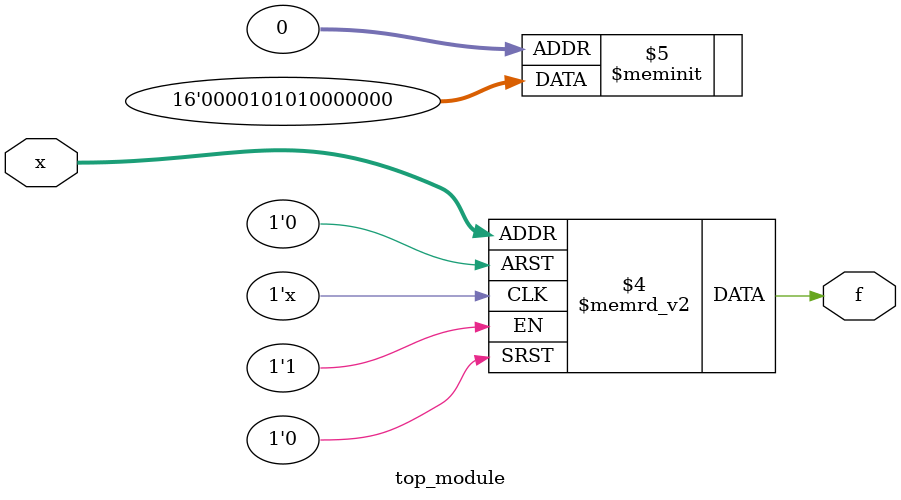
<source format=sv>
module top_module (
    input [4:1] x,
    output logic f
);

always_comb begin
    case ({x[4:3], x[2:1]})
        4'b0000, 4'b0010, 4'b1100, 4'b1110: f = 1'b0;
        4'b0101: f = 1'b0;
        4'b0111: f = 1'b1;
        4'b1001, 4'b1011: f = 1'b1;
        default: f = 1'b0; // Assign don't-care (d) to 0
    endcase
end

endmodule

</source>
